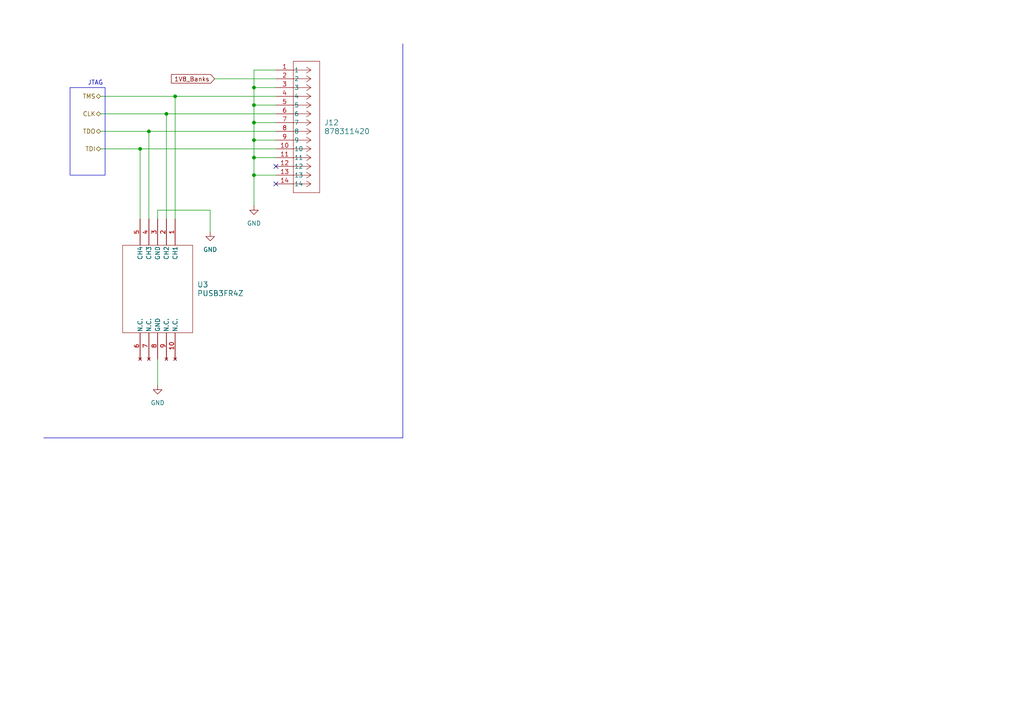
<source format=kicad_sch>
(kicad_sch (version 20250114) (generator "eeschema") (generator_version "9.0")
  (paper "A4")
  (lib_symbols
    (symbol "PSEC5_ctrlbd:878311420" (pin_names (offset 0.254))
      (property "Reference" "J" (at 8.89 6.35 0))
      (property "Value" "878311420" (at 0.254 4.826 0))
      (symbol "878311420_1_1"
        (polyline (pts (xy 5.08 2.54) (xy 5.08 -35.56)) (stroke (width 0.127)))
        (polyline (pts (xy 5.08 -35.56) (xy 12.7 -35.56)) (stroke (width 0.127)))
        (polyline (pts (xy 10.16 0) (xy 5.08 0)) (stroke (width 0.127)))
        (polyline (pts (xy 10.16 0) (xy 8.89 0.8467)) (stroke (width 0.127)))
        (polyline (pts (xy 10.16 0) (xy 8.89 -0.8467)) (stroke (width 0.127)))
        (polyline (pts (xy 10.16 -2.54) (xy 5.08 -2.54)) (stroke (width 0.127)))
        (polyline (pts (xy 10.16 -2.54) (xy 8.89 -1.6933)) (stroke (width 0.127)))
        (polyline (pts (xy 10.16 -2.54) (xy 8.89 -3.3867)) (stroke (width 0.127)))
        (polyline (pts (xy 10.16 -5.08) (xy 5.08 -5.08)) (stroke (width 0.127)))
        (polyline (pts (xy 10.16 -5.08) (xy 8.89 -4.2333)) (stroke (width 0.127)))
        (polyline (pts (xy 10.16 -5.08) (xy 8.89 -5.9267)) (stroke (width 0.127)))
        (polyline (pts (xy 10.16 -7.62) (xy 5.08 -7.62)) (stroke (width 0.127)))
        (polyline (pts (xy 10.16 -7.62) (xy 8.89 -6.7733)) (stroke (width 0.127)))
        (polyline (pts (xy 10.16 -7.62) (xy 8.89 -8.4667)) (stroke (width 0.127)))
        (polyline (pts (xy 10.16 -10.16) (xy 5.08 -10.16)) (stroke (width 0.127)))
        (polyline (pts (xy 10.16 -10.16) (xy 8.89 -9.3133)) (stroke (width 0.127)))
        (polyline (pts (xy 10.16 -10.16) (xy 8.89 -11.0067)) (stroke (width 0.127)))
        (polyline (pts (xy 10.16 -12.7) (xy 5.08 -12.7)) (stroke (width 0.127)))
        (polyline (pts (xy 10.16 -12.7) (xy 8.89 -11.8533)) (stroke (width 0.127)))
        (polyline (pts (xy 10.16 -12.7) (xy 8.89 -13.5467)) (stroke (width 0.127)))
        (polyline (pts (xy 10.16 -15.24) (xy 5.08 -15.24)) (stroke (width 0.127)))
        (polyline (pts (xy 10.16 -15.24) (xy 8.89 -14.3933)) (stroke (width 0.127)))
        (polyline (pts (xy 10.16 -15.24) (xy 8.89 -16.0867)) (stroke (width 0.127)))
        (polyline (pts (xy 10.16 -17.78) (xy 5.08 -17.78)) (stroke (width 0.127)))
        (polyline (pts (xy 10.16 -17.78) (xy 8.89 -16.9333)) (stroke (width 0.127)))
        (polyline (pts (xy 10.16 -17.78) (xy 8.89 -18.6267)) (stroke (width 0.127)))
        (polyline (pts (xy 10.16 -20.32) (xy 5.08 -20.32)) (stroke (width 0.127)))
        (polyline (pts (xy 10.16 -20.32) (xy 8.89 -19.4733)) (stroke (width 0.127)))
        (polyline (pts (xy 10.16 -20.32) (xy 8.89 -21.1667)) (stroke (width 0.127)))
        (polyline (pts (xy 10.16 -22.86) (xy 5.08 -22.86)) (stroke (width 0.127)))
        (polyline (pts (xy 10.16 -22.86) (xy 8.89 -22.0133)) (stroke (width 0.127)))
        (polyline (pts (xy 10.16 -22.86) (xy 8.89 -23.7067)) (stroke (width 0.127)))
        (polyline (pts (xy 10.16 -25.4) (xy 5.08 -25.4)) (stroke (width 0.127)))
        (polyline (pts (xy 10.16 -25.4) (xy 8.89 -24.5533)) (stroke (width 0.127)))
        (polyline (pts (xy 10.16 -25.4) (xy 8.89 -26.2467)) (stroke (width 0.127)))
        (polyline (pts (xy 10.16 -27.94) (xy 5.08 -27.94)) (stroke (width 0.127)))
        (polyline (pts (xy 10.16 -27.94) (xy 8.89 -27.0933)) (stroke (width 0.127)))
        (polyline (pts (xy 10.16 -27.94) (xy 8.89 -28.7867)) (stroke (width 0.127)))
        (polyline (pts (xy 10.16 -30.48) (xy 5.08 -30.48)) (stroke (width 0.127)))
        (polyline (pts (xy 10.16 -30.48) (xy 8.89 -29.6333)) (stroke (width 0.127)))
        (polyline (pts (xy 10.16 -30.48) (xy 8.89 -31.3267)) (stroke (width 0.127)))
        (polyline (pts (xy 10.16 -33.02) (xy 5.08 -33.02)) (stroke (width 0.127)))
        (polyline (pts (xy 10.16 -33.02) (xy 8.89 -32.1733)) (stroke (width 0.127)))
        (polyline (pts (xy 10.16 -33.02) (xy 8.89 -33.8667)) (stroke (width 0.127)))
        (polyline (pts (xy 12.7 2.54) (xy 5.08 2.54)) (stroke (width 0.127)))
        (polyline (pts (xy 12.7 -35.56) (xy 12.7 2.54)) (stroke (width 0.127)))
        (pin unspecified line (at 0 0 0) (length 5.08) (name "1") (number "1"))
        (pin unspecified line (at 0 -2.54 0) (length 5.08) (name "2") (number "2"))
        (pin unspecified line (at 0 -5.08 0) (length 5.08) (name "3") (number "3"))
        (pin unspecified line (at 0 -7.62 0) (length 5.08) (name "4") (number "4"))
        (pin unspecified line (at 0 -10.16 0) (length 5.08) (name "5") (number "5"))
        (pin unspecified line (at 0 -12.7 0) (length 5.08) (name "6") (number "6"))
        (pin unspecified line (at 0 -15.24 0) (length 5.08) (name "7") (number "7"))
        (pin unspecified line (at 0 -17.78 0) (length 5.08) (name "8") (number "8"))
        (pin unspecified line (at 0 -20.32 0) (length 5.08) (name "9") (number "9"))
        (pin unspecified line (at 0 -22.86 0) (length 5.08) (name "10") (number "10"))
        (pin unspecified line (at 0 -25.4 0) (length 5.08) (name "11") (number "11"))
        (pin unspecified line (at 0 -27.94 0) (length 5.08) (name "12") (number "12"))
        (pin unspecified line (at 0 -30.48 0) (length 5.08) (name "13") (number "13"))
        (pin unspecified line (at 0 -33.02 0) (length 5.08) (name "14") (number "14"))
      )
      (symbol "878311420_1_2"
        (polyline (pts (xy 5.08 2.54) (xy 5.08 -35.56)) (stroke (width 0.127)))
        (polyline (pts (xy 5.08 -35.56) (xy 12.7 -35.56)) (stroke (width 0.127)))
        (polyline (pts (xy 7.62 0) (xy 5.08 0)) (stroke (width 0.127)))
        (polyline (pts (xy 7.62 0) (xy 8.89 0.8467)) (stroke (width 0.127)))
        (polyline (pts (xy 7.62 0) (xy 8.89 -0.8467)) (stroke (width 0.127)))
        (polyline (pts (xy 7.62 -2.54) (xy 5.08 -2.54)) (stroke (width 0.127)))
        (polyline (pts (xy 7.62 -2.54) (xy 8.89 -1.6933)) (stroke (width 0.127)))
        (polyline (pts (xy 7.62 -2.54) (xy 8.89 -3.3867)) (stroke (width 0.127)))
        (polyline (pts (xy 7.62 -5.08) (xy 5.08 -5.08)) (stroke (width 0.127)))
        (polyline (pts (xy 7.62 -5.08) (xy 8.89 -4.2333)) (stroke (width 0.127)))
        (polyline (pts (xy 7.62 -5.08) (xy 8.89 -5.9267)) (stroke (width 0.127)))
        (polyline (pts (xy 7.62 -7.62) (xy 5.08 -7.62)) (stroke (width 0.127)))
        (polyline (pts (xy 7.62 -7.62) (xy 8.89 -6.7733)) (stroke (width 0.127)))
        (polyline (pts (xy 7.62 -7.62) (xy 8.89 -8.4667)) (stroke (width 0.127)))
        (polyline (pts (xy 7.62 -10.16) (xy 5.08 -10.16)) (stroke (width 0.127)))
        (polyline (pts (xy 7.62 -10.16) (xy 8.89 -9.3133)) (stroke (width 0.127)))
        (polyline (pts (xy 7.62 -10.16) (xy 8.89 -11.0067)) (stroke (width 0.127)))
        (polyline (pts (xy 7.62 -12.7) (xy 5.08 -12.7)) (stroke (width 0.127)))
        (polyline (pts (xy 7.62 -12.7) (xy 8.89 -11.8533)) (stroke (width 0.127)))
        (polyline (pts (xy 7.62 -12.7) (xy 8.89 -13.5467)) (stroke (width 0.127)))
        (polyline (pts (xy 7.62 -15.24) (xy 5.08 -15.24)) (stroke (width 0.127)))
        (polyline (pts (xy 7.62 -15.24) (xy 8.89 -14.3933)) (stroke (width 0.127)))
        (polyline (pts (xy 7.62 -15.24) (xy 8.89 -16.0867)) (stroke (width 0.127)))
        (polyline (pts (xy 7.62 -17.78) (xy 5.08 -17.78)) (stroke (width 0.127)))
        (polyline (pts (xy 7.62 -17.78) (xy 8.89 -16.9333)) (stroke (width 0.127)))
        (polyline (pts (xy 7.62 -17.78) (xy 8.89 -18.6267)) (stroke (width 0.127)))
        (polyline (pts (xy 7.62 -20.32) (xy 5.08 -20.32)) (stroke (width 0.127)))
        (polyline (pts (xy 7.62 -20.32) (xy 8.89 -19.4733)) (stroke (width 0.127)))
        (polyline (pts (xy 7.62 -20.32) (xy 8.89 -21.1667)) (stroke (width 0.127)))
        (polyline (pts (xy 7.62 -22.86) (xy 5.08 -22.86)) (stroke (width 0.127)))
        (polyline (pts (xy 7.62 -22.86) (xy 8.89 -22.0133)) (stroke (width 0.127)))
        (polyline (pts (xy 7.62 -22.86) (xy 8.89 -23.7067)) (stroke (width 0.127)))
        (polyline (pts (xy 7.62 -25.4) (xy 5.08 -25.4)) (stroke (width 0.127)))
        (polyline (pts (xy 7.62 -25.4) (xy 8.89 -24.5533)) (stroke (width 0.127)))
        (polyline (pts (xy 7.62 -25.4) (xy 8.89 -26.2467)) (stroke (width 0.127)))
        (polyline (pts (xy 7.62 -27.94) (xy 5.08 -27.94)) (stroke (width 0.127)))
        (polyline (pts (xy 7.62 -27.94) (xy 8.89 -27.0933)) (stroke (width 0.127)))
        (polyline (pts (xy 7.62 -27.94) (xy 8.89 -28.7867)) (stroke (width 0.127)))
        (polyline (pts (xy 7.62 -30.48) (xy 5.08 -30.48)) (stroke (width 0.127)))
        (polyline (pts (xy 7.62 -30.48) (xy 8.89 -29.6333)) (stroke (width 0.127)))
        (polyline (pts (xy 7.62 -30.48) (xy 8.89 -31.3267)) (stroke (width 0.127)))
        (polyline (pts (xy 7.62 -33.02) (xy 5.08 -33.02)) (stroke (width 0.127)))
        (polyline (pts (xy 7.62 -33.02) (xy 8.89 -32.1733)) (stroke (width 0.127)))
        (polyline (pts (xy 7.62 -33.02) (xy 8.89 -33.8667)) (stroke (width 0.127)))
        (polyline (pts (xy 12.7 2.54) (xy 5.08 2.54)) (stroke (width 0.127)))
        (polyline (pts (xy 12.7 -35.56) (xy 12.7 2.54)) (stroke (width 0.127)))
        (pin unspecified line (at 0 0 0) (length 5.08) (name "1") (number "1"))
        (pin unspecified line (at 0 -2.54 0) (length 5.08) (name "2") (number "2"))
        (pin unspecified line (at 0 -5.08 0) (length 5.08) (name "3") (number "3"))
        (pin unspecified line (at 0 -7.62 0) (length 5.08) (name "4") (number "4"))
        (pin unspecified line (at 0 -10.16 0) (length 5.08) (name "5") (number "5"))
        (pin unspecified line (at 0 -12.7 0) (length 5.08) (name "6") (number "6"))
        (pin unspecified line (at 0 -15.24 0) (length 5.08) (name "7") (number "7"))
        (pin unspecified line (at 0 -17.78 0) (length 5.08) (name "8") (number "8"))
        (pin unspecified line (at 0 -20.32 0) (length 5.08) (name "9") (number "9"))
        (pin unspecified line (at 0 -22.86 0) (length 5.08) (name "10") (number "10"))
        (pin unspecified line (at 0 -25.4 0) (length 5.08) (name "11") (number "11"))
        (pin unspecified line (at 0 -27.94 0) (length 5.08) (name "12") (number "12"))
        (pin unspecified line (at 0 -30.48 0) (length 5.08) (name "13") (number "13"))
        (pin unspecified line (at 0 -33.02 0) (length 5.08) (name "14") (number "14"))
      )
    )
    (symbol "PSEC5_ctrlbd:PUSB3FR4Z" (pin_names (offset 0.254))
      (property "Reference" "U" (at 20.32 10.16 0))
      (property "Value" "PUSB3FR4Z" (at 20.32 7.62 0))
      (symbol "PUSB3FR4Z_1_1"
        (polyline (pts (xy 7.62 5.08) (xy 7.62 -15.24)) (stroke (width 0.127)))
        (polyline (pts (xy 7.62 -15.24) (xy 33.02 -15.24)) (stroke (width 0.127)))
        (polyline (pts (xy 33.02 5.08) (xy 7.62 5.08)) (stroke (width 0.127)))
        (polyline (pts (xy 33.02 -15.24) (xy 33.02 5.08)) (stroke (width 0.127)))
        (pin bidirectional line (at 0 0 0) (length 7.62) (name "CH1") (number "1"))
        (pin bidirectional line (at 0 -2.54 0) (length 7.62) (name "CH2") (number "2"))
        (pin power_in line (at 0 -5.08 0) (length 7.62) (name "GND") (number "3"))
        (pin bidirectional line (at 0 -7.62 0) (length 7.62) (name "CH3") (number "4"))
        (pin bidirectional line (at 0 -10.16 0) (length 7.62) (name "CH4") (number "5"))
        (pin no_connect line (at 40.64 0 180) (length 7.62) (name "N.C.") (number "10"))
        (pin no_connect line (at 40.64 -2.54 180) (length 7.62) (name "N.C.") (number "9"))
        (pin power_in line (at 40.64 -5.08 180) (length 7.62) (name "GND") (number "8"))
        (pin no_connect line (at 40.64 -7.62 180) (length 7.62) (name "N.C.") (number "7"))
        (pin no_connect line (at 40.64 -10.16 180) (length 7.62) (name "N.C.") (number "6"))
      )
    )
    (symbol "power:GND" (power) (pin_numbers (hide yes)) (pin_names (offset 0) (hide yes))
      (property "Value" "GND" (at 0 -3.81 0))
      (symbol "GND_0_1"
        (polyline (pts (xy 0 0) (xy 0 -1.27) (xy 1.27 -1.27) (xy 0 -2.54) (xy -1.27 -1.27) (xy 0 -1.27)))
      )
      (symbol "GND_1_1"
        (pin power_in line (at 0 0 270) (length 0) (name "~") (number "1"))
      )
    )
  )
  (rectangle (start 20.32 25.4) (end 30.48 50.8))
  (text "JTAG" (at 27.686 24.13 0) (effects (font (size 1.27 1.27))))
  (junction (at 73.66 40.64))
  (junction (at 73.66 45.72))
  (junction (at 43.18 38.1))
  (junction (at 48.26 33.02))
  (junction (at 73.66 35.56))
  (junction (at 73.66 50.8))
  (junction (at 40.64 43.18))
  (junction (at 73.66 30.48))
  (junction (at 50.8 27.94))
  (junction (at 73.66 25.4))
  (no_connect (at 80.01 48.26))
  (no_connect (at 80.01 53.34))
  (polyline (pts (xy 17.78 127) (xy 116.84 127)))
  (wire (pts (xy 73.66 35.56) (xy 80.01 35.56)))
  (wire (pts (xy 45.72 63.5) (xy 45.72 60.96)))
  (wire (pts (xy 73.66 30.48) (xy 80.01 30.48)))
  (wire (pts (xy 29.21 33.02) (xy 48.26 33.02)))
  (wire (pts (xy 40.64 43.18) (xy 80.01 43.18)))
  (wire (pts (xy 45.72 104.14) (xy 45.72 111.76)))
  (wire (pts (xy 29.21 38.1) (xy 43.18 38.1)))
  (wire (pts (xy 43.18 38.1) (xy 80.01 38.1)))
  (wire (pts (xy 43.18 38.1) (xy 43.18 63.5)))
  (wire (pts (xy 73.66 35.56) (xy 73.66 40.64)))
  (wire (pts (xy 40.64 43.18) (xy 40.64 63.5)))
  (wire (pts (xy 50.8 27.94) (xy 50.8 63.5)))
  (wire (pts (xy 73.66 50.8) (xy 73.66 59.69)))
  (wire (pts (xy 73.66 40.64) (xy 80.01 40.64)))
  (wire (pts (xy 29.21 27.94) (xy 50.8 27.94)))
  (wire (pts (xy 73.66 45.72) (xy 80.01 45.72)))
  (wire (pts (xy 73.66 25.4) (xy 80.01 25.4)))
  (wire (pts (xy 73.66 30.48) (xy 73.66 35.56)))
  (wire (pts (xy 73.66 20.32) (xy 73.66 25.4)))
  (polyline (pts (xy 116.84 12.7) (xy 116.84 127)))
  (wire (pts (xy 73.66 40.64) (xy 73.66 45.72)))
  (wire (pts (xy 62.23 22.86) (xy 80.01 22.86)))
  (wire (pts (xy 50.8 27.94) (xy 80.01 27.94)))
  (wire (pts (xy 73.66 25.4) (xy 73.66 30.48)))
  (wire (pts (xy 73.66 50.8) (xy 80.01 50.8)))
  (wire (pts (xy 29.21 43.18) (xy 40.64 43.18)))
  (wire (pts (xy 48.26 33.02) (xy 48.26 63.5)))
  (wire (pts (xy 45.72 60.96) (xy 60.96 60.96)))
  (wire (pts (xy 73.66 45.72) (xy 73.66 50.8)))
  (polyline (pts (xy 12.7 127) (xy 17.78 127)))
  (wire (pts (xy 48.26 33.02) (xy 80.01 33.02)))
  (wire (pts (xy 60.96 60.96) (xy 60.96 67.31)))
  (wire (pts (xy 73.66 20.32) (xy 80.01 20.32)))
  (global_label "1V8_Banks" (shape input) (at 62.23 22.86 180) (property "Intersheetrefs" "${INTERSHEET_REFS}" (effects (hide yes))))
  (hierarchical_label "TDI" (shape bidirectional) (at 29.21 43.18 180))
  (hierarchical_label "TMS" (shape bidirectional) (at 29.21 27.94 180))
  (hierarchical_label "TDO" (shape bidirectional) (at 29.21 38.1 180))
  (hierarchical_label "CLK" (shape bidirectional) (at 29.21 33.02 180))
  (symbol (lib_id "power:GND") (at 45.72 111.76 0) (unit 1)
    (property "Reference" "#PWR060" (effects (hide yes)))
    (property "Value" "GND" (at 45.72 116.84 0))
    (property "Description" "Power symbol creates a global label with name \"GND\" , ground" (effects (hide yes)))
  )
  (symbol (lib_id "PSEC5_ctrlbd:PUSB3FR4Z") (at 50.8 63.5 270) (unit 1)
    (property "Reference" "U3" (at 57.15 82.5499 90) (effects (font (size 1.524 1.524)) (justify left)))
    (property "Value" "PUSB3FR4Z" (at 57.15 85.0899 90) (effects (font (size 1.524 1.524)) (justify left)))
    (property "Footprint" "PUSB3FR4Z:U_PUSB3FR4Z_NEX" (effects (hide yes)))
    (property "Datasheet" "PUSB3FR4Z" (effects (hide yes)))
  )
  (symbol (lib_id "PSEC5_ctrlbd:878311420") (at 80.01 20.32 0) (unit 1)
    (property "Reference" "J12" (at 93.98 35.5599 0) (effects (font (size 1.524 1.524)) (justify left)))
    (property "Value" "878311420" (at 93.98 38.0999 0) (effects (font (size 1.524 1.524)) (justify left)))
    (property "Footprint" "878311420:CONN_87831-1420_MOL" (effects (hide yes)))
    (property "Datasheet" "878311420" (effects (hide yes)))
  )
  (symbol (lib_id "power:GND") (at 60.96 67.31 0) (unit 1)
    (property "Reference" "#PWR061" (effects (hide yes)))
    (property "Value" "GND" (at 60.96 72.39 0))
    (property "Description" "Power symbol creates a global label with name \"GND\" , ground" (effects (hide yes)))
  )
  (symbol (lib_id "power:GND") (at 73.66 59.69 0) (unit 1)
    (property "Reference" "#PWR063" (effects (hide yes)))
    (property "Value" "GND" (at 73.66 64.77 0))
    (property "Description" "Power symbol creates a global label with name \"GND\" , ground" (effects (hide yes)))
  )
)
</source>
